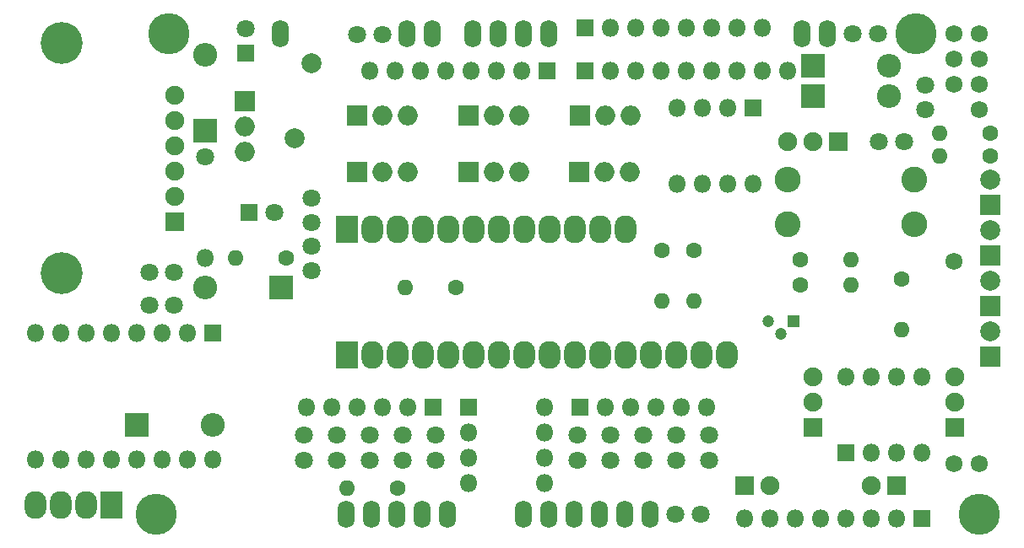
<source format=gbs>
G04 #@! TF.FileFunction,Soldermask,Bot*
%FSLAX46Y46*%
G04 Gerber Fmt 4.6, Leading zero omitted, Abs format (unit mm)*
G04 Created by KiCad (PCBNEW 4.0.5) date 04/26/17 22:05:07*
%MOMM*%
%LPD*%
G01*
G04 APERTURE LIST*
%ADD10C,0.100000*%
%ADD11R,2.200000X2.800000*%
%ADD12O,2.200000X2.800000*%
%ADD13C,1.800000*%
%ADD14C,1.600000*%
%ADD15O,1.600000X1.600000*%
%ADD16C,2.600000*%
%ADD17O,2.600000X2.600000*%
%ADD18O,1.800000X1.800000*%
%ADD19R,1.800000X1.800000*%
%ADD20C,2.000000*%
%ADD21R,2.000000X2.000000*%
%ADD22O,2.000000X2.000000*%
%ADD23R,2.400000X2.400000*%
%ADD24O,2.400000X2.400000*%
%ADD25R,1.900000X1.900000*%
%ADD26O,1.900000X1.900000*%
%ADD27C,4.200000*%
%ADD28C,1.200000*%
%ADD29R,1.200000X1.200000*%
%ADD30O,1.724000X2.740000*%
%ADD31C,4.137000*%
%ADD32C,1.724000*%
G04 APERTURE END LIST*
D10*
D11*
X124714000Y-86309200D03*
D12*
X127254000Y-86309200D03*
X129794000Y-86309200D03*
X132334000Y-86309200D03*
X134874000Y-86309200D03*
X137414000Y-86309200D03*
X139954000Y-86309200D03*
X142494000Y-86309200D03*
X145034000Y-86309200D03*
X147574000Y-86309200D03*
X150114000Y-86309200D03*
X152654000Y-86309200D03*
D13*
X123698000Y-109434000D03*
X123698000Y-106934000D03*
D14*
X129794000Y-112268000D03*
D15*
X124714000Y-112268000D03*
D14*
X170180000Y-89281000D03*
D15*
X175260000Y-89281000D03*
D16*
X168910000Y-85725000D03*
D17*
X181610000Y-85725000D03*
D14*
X170180000Y-91821000D03*
D15*
X175260000Y-91821000D03*
D13*
X110500000Y-79000000D03*
D18*
X110500000Y-89160000D03*
D14*
X159500000Y-88392000D03*
D15*
X159500000Y-93472000D03*
D14*
X156337000Y-88392000D03*
D15*
X156337000Y-93472000D03*
D19*
X114554000Y-68580000D03*
D13*
X114554000Y-66080000D03*
D19*
X114935000Y-84582000D03*
D13*
X117435000Y-84582000D03*
D20*
X121207000Y-69589000D03*
X119507000Y-77089000D03*
D19*
X144780000Y-70358000D03*
D18*
X142240000Y-70358000D03*
X139700000Y-70358000D03*
X137160000Y-70358000D03*
X134620000Y-70358000D03*
X132080000Y-70358000D03*
X129540000Y-70358000D03*
X127000000Y-70358000D03*
D19*
X148590000Y-66040000D03*
D18*
X151130000Y-66040000D03*
X153670000Y-66040000D03*
X156210000Y-66040000D03*
X158750000Y-66040000D03*
X161290000Y-66040000D03*
X163830000Y-66040000D03*
X166370000Y-66040000D03*
D19*
X133350000Y-104140000D03*
D18*
X130810000Y-104140000D03*
X128270000Y-104140000D03*
X125730000Y-104140000D03*
X123190000Y-104140000D03*
X120650000Y-104140000D03*
D19*
X148082000Y-104140000D03*
D18*
X150622000Y-104140000D03*
X153162000Y-104140000D03*
X155702000Y-104140000D03*
X158242000Y-104140000D03*
X160782000Y-104140000D03*
D19*
X148590000Y-70358000D03*
D18*
X151130000Y-70358000D03*
X153670000Y-70358000D03*
X156210000Y-70358000D03*
X158750000Y-70358000D03*
X161290000Y-70358000D03*
X163830000Y-70358000D03*
X166370000Y-70358000D03*
X168910000Y-70358000D03*
D21*
X136906000Y-80518000D03*
D22*
X139446000Y-80518000D03*
X141986000Y-80518000D03*
D21*
X125730000Y-80518000D03*
D22*
X128270000Y-80518000D03*
X130810000Y-80518000D03*
D21*
X125730000Y-74866500D03*
D22*
X128270000Y-74866500D03*
X130810000Y-74866500D03*
D21*
X136906000Y-74866500D03*
D22*
X139446000Y-74866500D03*
X141986000Y-74866500D03*
D21*
X148018500Y-80518000D03*
D22*
X150558500Y-80518000D03*
X153098500Y-80518000D03*
D21*
X148082000Y-74866500D03*
D22*
X150622000Y-74866500D03*
X153162000Y-74866500D03*
D21*
X189230000Y-99060000D03*
D20*
X189230000Y-96520000D03*
D21*
X189230000Y-93980000D03*
D20*
X189230000Y-91440000D03*
D21*
X189230000Y-88900000D03*
D20*
X189230000Y-86360000D03*
D21*
X189230000Y-83820000D03*
D20*
X189230000Y-81280000D03*
D19*
X165417500Y-74041000D03*
D18*
X157797500Y-81661000D03*
X162877500Y-74041000D03*
X160337500Y-81661000D03*
X160337500Y-74041000D03*
X162877500Y-81661000D03*
X157797500Y-74041000D03*
X165417500Y-81661000D03*
D23*
X103632000Y-105918000D03*
D24*
X111252000Y-105918000D03*
D23*
X118110000Y-92075000D03*
D24*
X110490000Y-92075000D03*
D23*
X110500000Y-76400000D03*
D24*
X110500000Y-68780000D03*
D23*
X171450000Y-72898000D03*
D24*
X179070000Y-72898000D03*
D23*
X171450000Y-69850000D03*
D24*
X179070000Y-69850000D03*
D13*
X177950500Y-66649600D03*
X175450500Y-66649600D03*
X182689500Y-71755000D03*
X182689500Y-74255000D03*
X120396000Y-109434000D03*
X120396000Y-106934000D03*
X104902000Y-90600000D03*
X107402000Y-90600000D03*
X125770000Y-66675000D03*
X128270000Y-66675000D03*
X133604000Y-106934000D03*
X133604000Y-109434000D03*
X130302000Y-106934000D03*
X130302000Y-109434000D03*
X127000000Y-106934000D03*
X127000000Y-109434000D03*
X121158000Y-83098000D03*
X121158000Y-85598000D03*
X151130000Y-106934000D03*
X151130000Y-109434000D03*
X157657800Y-114909600D03*
X160157800Y-114909600D03*
X161036000Y-106934000D03*
X161036000Y-109434000D03*
X157734000Y-106934000D03*
X157734000Y-109434000D03*
X154432000Y-106934000D03*
X154432000Y-109434000D03*
D16*
X181610000Y-81280000D03*
D17*
X168910000Y-81280000D03*
D21*
X114490500Y-73406000D03*
D22*
X114490500Y-75946000D03*
X114490500Y-78486000D03*
D13*
X121158000Y-90424000D03*
X121158000Y-87924000D03*
D19*
X174752000Y-108712000D03*
D18*
X182372000Y-101092000D03*
X177292000Y-108712000D03*
X179832000Y-101092000D03*
X179832000Y-108712000D03*
X177292000Y-101092000D03*
X182372000Y-108712000D03*
X174752000Y-101092000D03*
D13*
X147828000Y-106934000D03*
X147828000Y-109434000D03*
D19*
X136906000Y-104140000D03*
D18*
X144526000Y-111760000D03*
X136906000Y-106680000D03*
X144526000Y-109220000D03*
X136906000Y-109220000D03*
X144526000Y-106680000D03*
X136906000Y-111760000D03*
X144526000Y-104140000D03*
D14*
X118618000Y-89154000D03*
D15*
X113538000Y-89154000D03*
D19*
X182372000Y-115316000D03*
D18*
X179832000Y-115316000D03*
X177292000Y-115316000D03*
X174752000Y-115316000D03*
X172212000Y-115316000D03*
X169672000Y-115316000D03*
X167132000Y-115316000D03*
X164592000Y-115316000D03*
D11*
X101092000Y-113919000D03*
D12*
X98552000Y-113919000D03*
X96012000Y-113919000D03*
X93472000Y-113919000D03*
D19*
X111252000Y-96647000D03*
D18*
X93472000Y-109347000D03*
X108712000Y-96647000D03*
X96012000Y-109347000D03*
X106172000Y-96647000D03*
X98552000Y-109347000D03*
X103632000Y-96647000D03*
X101092000Y-109347000D03*
X101092000Y-96647000D03*
X103632000Y-109347000D03*
X98552000Y-96647000D03*
X106172000Y-109347000D03*
X96012000Y-96647000D03*
X108712000Y-109347000D03*
X93472000Y-96647000D03*
X111252000Y-109347000D03*
D13*
X180604800Y-77470000D03*
X178104800Y-77470000D03*
X104902000Y-93853000D03*
X107402000Y-93853000D03*
D14*
X189255400Y-78911400D03*
D15*
X184175400Y-78911400D03*
D14*
X189255400Y-76574600D03*
D15*
X184175400Y-76574600D03*
D25*
X107458000Y-85471000D03*
D26*
X107458000Y-82931000D03*
X107458000Y-80391000D03*
X107458000Y-77851000D03*
X107458000Y-75311000D03*
X107458000Y-72771000D03*
D27*
X96068000Y-90678000D03*
X96068000Y-67564000D03*
D14*
X135636000Y-92075000D03*
D15*
X130556000Y-92075000D03*
D14*
X180340000Y-91249500D03*
D15*
X180340000Y-96329500D03*
D28*
X168275000Y-96774000D03*
X167005000Y-95504000D03*
D29*
X169545000Y-95504000D03*
D30*
X170361100Y-66633600D03*
X172901100Y-66633600D03*
X155121100Y-114893600D03*
X152581100Y-114893600D03*
X150041100Y-114893600D03*
X142421100Y-114893600D03*
X144961100Y-114893600D03*
X147501100Y-114893600D03*
X134801100Y-114893600D03*
X132261100Y-114893600D03*
X127181100Y-114893600D03*
X124641100Y-114893600D03*
X144961100Y-66633600D03*
X142421100Y-66633600D03*
X139881100Y-66633600D03*
X137341100Y-66633600D03*
X133277100Y-66633600D03*
X130737100Y-66633600D03*
X118037100Y-66633600D03*
X129721100Y-114893600D03*
D31*
X188141100Y-114893600D03*
X181791100Y-66633600D03*
X106861100Y-66633600D03*
X105591100Y-114893600D03*
D32*
X185601100Y-69173600D03*
X188141100Y-69173600D03*
X185601100Y-66633600D03*
X188141100Y-66633600D03*
X185601100Y-109813600D03*
X188141100Y-109813600D03*
X185601100Y-71713600D03*
X188141100Y-71713600D03*
X188141100Y-74253600D03*
X185601100Y-89493600D03*
D11*
X124714000Y-98907600D03*
D12*
X127254000Y-98907600D03*
X129794000Y-98907600D03*
X132334000Y-98907600D03*
X134874000Y-98907600D03*
X137414000Y-98907600D03*
X139954000Y-98907600D03*
X142494000Y-98907600D03*
X145034000Y-98907600D03*
X147574000Y-98907600D03*
X150114000Y-98907600D03*
X152654000Y-98907600D03*
X155194000Y-98907600D03*
X157734000Y-98907600D03*
X160274000Y-98907600D03*
X162814000Y-98907600D03*
D25*
X164592000Y-112014000D03*
D26*
X167132000Y-112014000D03*
D25*
X179832000Y-112014000D03*
D26*
X177292000Y-112014000D03*
D25*
X185674000Y-106172000D03*
D26*
X185674000Y-103632000D03*
X185674000Y-101092000D03*
D25*
X171450000Y-106172000D03*
D26*
X171450000Y-103632000D03*
X171450000Y-101092000D03*
D25*
X173980000Y-77470000D03*
D26*
X171440000Y-77470000D03*
X168900000Y-77470000D03*
M02*

</source>
